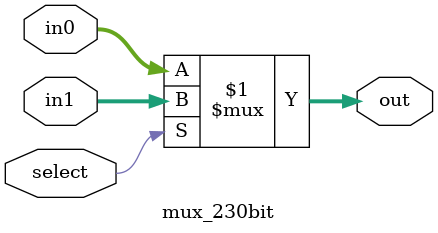
<source format=v>
module mux_230bit(out, select, in0, in1);
    input select;
    input[30:0] in0, in1;
    output[30:0] out;
    assign out = select ? in1 : in0;
endmodule
</source>
